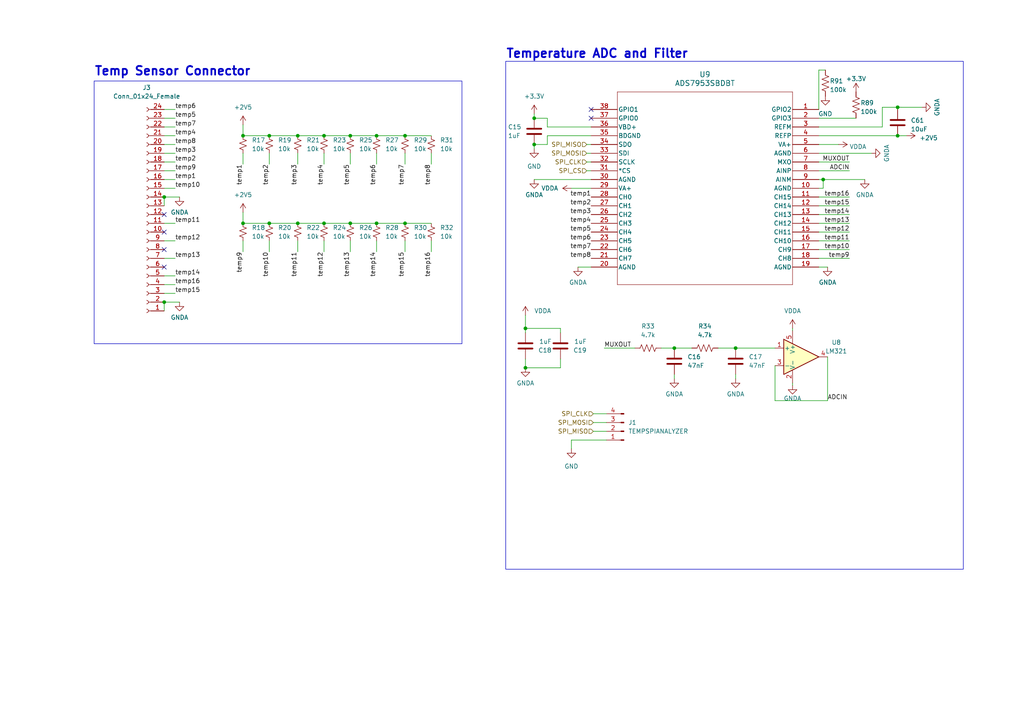
<source format=kicad_sch>
(kicad_sch (version 20231120) (generator "eeschema") (generator_version "8.0")
  (paper "A4")
  (lib_symbols
    (symbol "Amplifier_Operational:LM321" (pin_names (offset 0.127))
      (property "Reference" "U" (at 0 7.62 0))
      (property "Value" "LM321" (at 0 5.08 0))
      (symbol "LM321_0_1"
        (polyline (pts (xy -5.08 5.08) (xy 5.08 0) (xy -5.08 -5.08) (xy -5.08 5.08)) (stroke (width 0.254)) (fill (type background)))
      )
      (symbol "LM321_1_1"
        (pin input line (at -7.62 2.54 0) (length 2.54) (name "+") (number "1"))
        (pin power_in line (at -2.54 -7.62 90) (length 3.81) (name "V-") (number "2"))
        (pin input line (at -7.62 -2.54 0) (length 2.54) (name "-") (number "3"))
        (pin output line (at 7.62 0 180) (length 2.54) (name "~") (number "4"))
        (pin power_in line (at -2.54 7.62 270) (length 3.81) (name "V+") (number "5"))
      )
    )
    (symbol "Connector:Conn_01x04_Pin" (pin_names (offset 1.016) hide)
      (property "Reference" "J" (at 0 5.08 0))
      (property "Value" "Conn_01x04_Pin" (at 0 -7.62 0))
      (symbol "Conn_01x04_Pin_1_1"
        (polyline (pts (xy 1.27 -5.08) (xy 0.8636 -5.08)) (stroke (width 0.1524)))
        (polyline (pts (xy 1.27 -2.54) (xy 0.8636 -2.54)) (stroke (width 0.1524)))
        (polyline (pts (xy 1.27 0) (xy 0.8636 0)) (stroke (width 0.1524)))
        (polyline (pts (xy 1.27 2.54) (xy 0.8636 2.54)) (stroke (width 0.1524)))
        (rectangle (start 0.8636 -4.953) (end 0 -5.207) (stroke (width 0.1524)) (fill (type outline)))
        (rectangle (start 0.8636 -2.413) (end 0 -2.667) (stroke (width 0.1524)) (fill (type outline)))
        (rectangle (start 0.8636 0.127) (end 0 -0.127) (stroke (width 0.1524)) (fill (type outline)))
        (rectangle (start 0.8636 2.667) (end 0 2.413) (stroke (width 0.1524)) (fill (type outline)))
        (pin passive line (at 5.08 2.54 180) (length 3.81) (name "Pin_1") (number "1"))
        (pin passive line (at 5.08 0 180) (length 3.81) (name "Pin_2") (number "2"))
        (pin passive line (at 5.08 -2.54 180) (length 3.81) (name "Pin_3") (number "3"))
        (pin passive line (at 5.08 -5.08 180) (length 3.81) (name "Pin_4") (number "4"))
      )
    )
    (symbol "Connector:Conn_01x24_Socket" (pin_names (offset 1.016) hide)
      (property "Reference" "J" (at 0 30.48 0))
      (property "Value" "Conn_01x24_Socket" (at 0 -33.02 0))
      (symbol "Conn_01x24_Socket_1_1"
        (arc (start 0 -29.972) (mid -0.5058 -30.48) (end 0 -30.988) (stroke (width 0.1524)))
        (arc (start 0 -27.432) (mid -0.5058 -27.94) (end 0 -28.448) (stroke (width 0.1524)))
        (arc (start 0 -24.892) (mid -0.5058 -25.4) (end 0 -25.908) (stroke (width 0.1524)))
        (arc (start 0 -22.352) (mid -0.5058 -22.86) (end 0 -23.368) (stroke (width 0.1524)))
        (arc (start 0 -19.812) (mid -0.5058 -20.32) (end 0 -20.828) (stroke (width 0.1524)))
        (arc (start 0 -17.272) (mid -0.5058 -17.78) (end 0 -18.288) (stroke (width 0.1524)))
        (arc (start 0 -14.732) (mid -0.5058 -15.24) (end 0 -15.748) (stroke (width 0.1524)))
        (arc (start 0 -12.192) (mid -0.5058 -12.7) (end 0 -13.208) (stroke (width 0.1524)))
        (arc (start 0 -9.652) (mid -0.5058 -10.16) (end 0 -10.668) (stroke (width 0.1524)))
        (arc (start 0 -7.112) (mid -0.5058 -7.62) (end 0 -8.128) (stroke (width 0.1524)))
        (arc (start 0 -4.572) (mid -0.5058 -5.08) (end 0 -5.588) (stroke (width 0.1524)))
        (arc (start 0 -2.032) (mid -0.5058 -2.54) (end 0 -3.048) (stroke (width 0.1524)))
        (polyline (pts (xy -1.27 -30.48) (xy -0.508 -30.48)) (stroke (width 0.1524)))
        (polyline (pts (xy -1.27 -27.94) (xy -0.508 -27.94)) (stroke (width 0.1524)))
        (polyline (pts (xy -1.27 -25.4) (xy -0.508 -25.4)) (stroke (width 0.1524)))
        (polyline (pts (xy -1.27 -22.86) (xy -0.508 -22.86)) (stroke (width 0.1524)))
        (polyline (pts (xy -1.27 -20.32) (xy -0.508 -20.32)) (stroke (width 0.1524)))
        (polyline (pts (xy -1.27 -17.78) (xy -0.508 -17.78)) (stroke (width 0.1524)))
        (polyline (pts (xy -1.27 -15.24) (xy -0.508 -15.24)) (stroke (width 0.1524)))
        (polyline (pts (xy -1.27 -12.7) (xy -0.508 -12.7)) (stroke (width 0.1524)))
        (polyline (pts (xy -1.27 -10.16) (xy -0.508 -10.16)) (stroke (width 0.1524)))
        (polyline (pts (xy -1.27 -7.62) (xy -0.508 -7.62)) (stroke (width 0.1524)))
        (polyline (pts (xy -1.27 -5.08) (xy -0.508 -5.08)) (stroke (width 0.1524)))
        (polyline (pts (xy -1.27 -2.54) (xy -0.508 -2.54)) (stroke (width 0.1524)))
        (polyline (pts (xy -1.27 0) (xy -0.508 0)) (stroke (width 0.1524)))
        (polyline (pts (xy -1.27 2.54) (xy -0.508 2.54)) (stroke (width 0.1524)))
        (polyline (pts (xy -1.27 5.08) (xy -0.508 5.08)) (stroke (width 0.1524)))
        (polyline (pts (xy -1.27 7.62) (xy -0.508 7.62)) (stroke (width 0.1524)))
        (polyline (pts (xy -1.27 10.16) (xy -0.508 10.16)) (stroke (width 0.1524)))
        (polyline (pts (xy -1.27 12.7) (xy -0.508 12.7)) (stroke (width 0.1524)))
        (polyline (pts (xy -1.27 15.24) (xy -0.508 15.24)) (stroke (width 0.1524)))
        (polyline (pts (xy -1.27 17.78) (xy -0.508 17.78)) (stroke (width 0.1524)))
        (polyline (pts (xy -1.27 20.32) (xy -0.508 20.32)) (stroke (width 0.1524)))
        (polyline (pts (xy -1.27 22.86) (xy -0.508 22.86)) (stroke (width 0.1524)))
        (polyline (pts (xy -1.27 25.4) (xy -0.508 25.4)) (stroke (width 0.1524)))
        (polyline (pts (xy -1.27 27.94) (xy -0.508 27.94)) (stroke (width 0.1524)))
        (arc (start 0 0.508) (mid -0.5058 0) (end 0 -0.508) (stroke (width 0.1524)))
        (arc (start 0 3.048) (mid -0.5058 2.54) (end 0 2.032) (stroke (width 0.1524)))
        (arc (start 0 5.588) (mid -0.5058 5.08) (end 0 4.572) (stroke (width 0.1524)))
        (arc (start 0 8.128) (mid -0.5058 7.62) (end 0 7.112) (stroke (width 0.1524)))
        (arc (start 0 10.668) (mid -0.5058 10.16) (end 0 9.652) (stroke (width 0.1524)))
        (arc (start 0 13.208) (mid -0.5058 12.7) (end 0 12.192) (stroke (width 0.1524)))
        (arc (start 0 15.748) (mid -0.5058 15.24) (end 0 14.732) (stroke (width 0.1524)))
        (arc (start 0 18.288) (mid -0.5058 17.78) (end 0 17.272) (stroke (width 0.1524)))
        (arc (start 0 20.828) (mid -0.5058 20.32) (end 0 19.812) (stroke (width 0.1524)))
        (arc (start 0 23.368) (mid -0.5058 22.86) (end 0 22.352) (stroke (width 0.1524)))
        (arc (start 0 25.908) (mid -0.5058 25.4) (end 0 24.892) (stroke (width 0.1524)))
        (arc (start 0 28.448) (mid -0.5058 27.94) (end 0 27.432) (stroke (width 0.1524)))
        (pin passive line (at -5.08 27.94 0) (length 3.81) (name "Pin_1") (number "1"))
        (pin passive line (at -5.08 5.08 0) (length 3.81) (name "Pin_10") (number "10"))
        (pin passive line (at -5.08 2.54 0) (length 3.81) (name "Pin_11") (number "11"))
        (pin passive line (at -5.08 0 0) (length 3.81) (name "Pin_12") (number "12"))
        (pin passive line (at -5.08 -2.54 0) (length 3.81) (name "Pin_13") (number "13"))
        (pin passive line (at -5.08 -5.08 0) (length 3.81) (name "Pin_14") (number "14"))
        (pin passive line (at -5.08 -7.62 0) (length 3.81) (name "Pin_15") (number "15"))
        (pin passive line (at -5.08 -10.16 0) (length 3.81) (name "Pin_16") (number "16"))
        (pin passive line (at -5.08 -12.7 0) (length 3.81) (name "Pin_17") (number "17"))
        (pin passive line (at -5.08 -15.24 0) (length 3.81) (name "Pin_18") (number "18"))
        (pin passive line (at -5.08 -17.78 0) (length 3.81) (name "Pin_19") (number "19"))
        (pin passive line (at -5.08 25.4 0) (length 3.81) (name "Pin_2") (number "2"))
        (pin passive line (at -5.08 -20.32 0) (length 3.81) (name "Pin_20") (number "20"))
        (pin passive line (at -5.08 -22.86 0) (length 3.81) (name "Pin_21") (number "21"))
        (pin passive line (at -5.08 -25.4 0) (length 3.81) (name "Pin_22") (number "22"))
        (pin passive line (at -5.08 -27.94 0) (length 3.81) (name "Pin_23") (number "23"))
        (pin passive line (at -5.08 -30.48 0) (length 3.81) (name "Pin_24") (number "24"))
        (pin passive line (at -5.08 22.86 0) (length 3.81) (name "Pin_3") (number "3"))
        (pin passive line (at -5.08 20.32 0) (length 3.81) (name "Pin_4") (number "4"))
        (pin passive line (at -5.08 17.78 0) (length 3.81) (name "Pin_5") (number "5"))
        (pin passive line (at -5.08 15.24 0) (length 3.81) (name "Pin_6") (number "6"))
        (pin passive line (at -5.08 12.7 0) (length 3.81) (name "Pin_7") (number "7"))
        (pin passive line (at -5.08 10.16 0) (length 3.81) (name "Pin_8") (number "8"))
        (pin passive line (at -5.08 7.62 0) (length 3.81) (name "Pin_9") (number "9"))
      )
    )
    (symbol "Device:C" (pin_numbers hide) (pin_names (offset 0.254))
      (property "Reference" "C" (at 0.635 2.54 0))
      (property "Value" "C" (at 0.635 -2.54 0))
      (symbol "C_0_1"
        (polyline (pts (xy -2.032 -0.762) (xy 2.032 -0.762)) (stroke (width 0.508)))
        (polyline (pts (xy -2.032 0.762) (xy 2.032 0.762)) (stroke (width 0.508)))
      )
      (symbol "C_1_1"
        (pin passive line (at 0 3.81 270) (length 2.794) (name "~") (number "1"))
        (pin passive line (at 0 -3.81 90) (length 2.794) (name "~") (number "2"))
      )
    )
    (symbol "Device:R_Small_US" (pin_numbers hide) (pin_names (offset 0.254) hide)
      (property "Reference" "R" (at 0.762 0.508 0))
      (property "Value" "R_Small_US" (at 0.762 -1.016 0))
      (symbol "R_Small_US_1_1"
        (polyline (pts (xy 0 0) (xy 1.016 -0.381) (xy 0 -0.762) (xy -1.016 -1.143) (xy 0 -1.524)))
        (polyline (pts (xy 0 1.524) (xy 1.016 1.143) (xy 0 0.762) (xy -1.016 0.381) (xy 0 0)))
        (pin passive line (at 0 2.54 270) (length 1.016) (name "~") (number "1"))
        (pin passive line (at 0 -2.54 90) (length 1.016) (name "~") (number "2"))
      )
    )
    (symbol "Device:R_US" (pin_numbers hide) (pin_names (offset 0))
      (property "Reference" "R" (at 2.54 0 90))
      (property "Value" "R_US" (at -2.54 0 90))
      (symbol "R_US_0_1"
        (polyline (pts (xy 0 -2.286) (xy 0 -2.54)))
        (polyline (pts (xy 0 2.286) (xy 0 2.54)))
        (polyline (pts (xy 0 -0.762) (xy 1.016 -1.143) (xy 0 -1.524) (xy -1.016 -1.905) (xy 0 -2.286)))
        (polyline (pts (xy 0 0.762) (xy 1.016 0.381) (xy 0 0) (xy -1.016 -0.381) (xy 0 -0.762)))
        (polyline (pts (xy 0 2.286) (xy 1.016 1.905) (xy 0 1.524) (xy -1.016 1.143) (xy 0 0.762)))
      )
      (symbol "R_US_1_1"
        (pin passive line (at 0 3.81 270) (length 1.27) (name "~") (number "1"))
        (pin passive line (at 0 -3.81 90) (length 1.27) (name "~") (number "2"))
      )
    )
    (symbol "power:+2V5" (power) (pin_names (offset 0))
      (property "Value" "+2V5" (at 0 3.556 0))
      (symbol "+2V5_0_1"
        (polyline (pts (xy -0.762 1.27) (xy 0 2.54)))
        (polyline (pts (xy 0 0) (xy 0 2.54)))
        (polyline (pts (xy 0 2.54) (xy 0.762 1.27)))
      )
      (symbol "+2V5_1_1"
        (pin power_in line (at 0 0 90) (length 0) hide (name "+2V5") (number "1"))
      )
    )
    (symbol "power:+3.3V" (power) (pin_names (offset 0))
      (property "Value" "+3.3V" (at 0 3.556 0))
      (symbol "+3.3V_0_1"
        (polyline (pts (xy -0.762 1.27) (xy 0 2.54)))
        (polyline (pts (xy 0 0) (xy 0 2.54)))
        (polyline (pts (xy 0 2.54) (xy 0.762 1.27)))
      )
      (symbol "+3.3V_1_1"
        (pin power_in line (at 0 0 90) (length 0) hide (name "+3.3V") (number "1"))
      )
    )
    (symbol "power:GND" (power) (pin_names (offset 0))
      (property "Value" "GND" (at 0 -3.81 0))
      (symbol "GND_0_1"
        (polyline (pts (xy 0 0) (xy 0 -1.27) (xy 1.27 -1.27) (xy 0 -2.54) (xy -1.27 -1.27) (xy 0 -1.27)))
      )
      (symbol "GND_1_1"
        (pin power_in line (at 0 0 270) (length 0) hide (name "GND") (number "1"))
      )
    )
    (symbol "power:GNDA" (power) (pin_names (offset 0))
      (property "Value" "GNDA" (at 0 -3.81 0))
      (symbol "GNDA_0_1"
        (polyline (pts (xy 0 0) (xy 0 -1.27) (xy 1.27 -1.27) (xy 0 -2.54) (xy -1.27 -1.27) (xy 0 -1.27)))
      )
      (symbol "GNDA_1_1"
        (pin power_in line (at 0 0 270) (length 0) hide (name "GNDA") (number "1"))
      )
    )
    (symbol "power:VDDA" (power) (pin_names (offset 0))
      (property "Value" "VDDA" (at 0 3.81 0))
      (symbol "VDDA_0_1"
        (polyline (pts (xy -0.762 1.27) (xy 0 2.54)))
        (polyline (pts (xy 0 0) (xy 0 2.54)))
        (polyline (pts (xy 0 2.54) (xy 0.762 1.27)))
      )
      (symbol "VDDA_1_1"
        (pin power_in line (at 0 0 90) (length 0) hide (name "VDDA") (number "1"))
      )
    )
    (symbol "utsvt-chips:ADS7953SBDBT" (pin_names (offset 0.254))
      (property "Reference" "U" (at 33.02 10.16 0))
      (property "Value" "ADS7953SBDBT" (at 33.02 7.62 0))
      (symbol "ADS7953SBDBT_0_1"
        (polyline (pts (xy 7.62 -50.8) (xy 58.42 -50.8)) (stroke (width 0.127)))
        (polyline (pts (xy 7.62 5.08) (xy 7.62 -50.8)) (stroke (width 0.127)))
        (polyline (pts (xy 58.42 -50.8) (xy 58.42 5.08)) (stroke (width 0.127)))
        (polyline (pts (xy 58.42 5.08) (xy 7.62 5.08)) (stroke (width 0.127)))
        (pin bidirectional line (at 0 0 0) (length 7.62) (name "GPIO2") (number "1"))
        (pin power_in line (at 0 -22.86 0) (length 7.62) (name "AGND") (number "10"))
        (pin input line (at 0 -25.4 0) (length 7.62) (name "CH15") (number "11"))
        (pin input line (at 0 -27.94 0) (length 7.62) (name "CH14") (number "12"))
        (pin input line (at 0 -30.48 0) (length 7.62) (name "CH13") (number "13"))
        (pin input line (at 0 -33.02 0) (length 7.62) (name "CH12") (number "14"))
        (pin input line (at 0 -35.56 0) (length 7.62) (name "CH11") (number "15"))
        (pin input line (at 0 -38.1 0) (length 7.62) (name "CH10") (number "16"))
        (pin input line (at 0 -40.64 0) (length 7.62) (name "CH9") (number "17"))
        (pin input line (at 0 -43.18 0) (length 7.62) (name "CH8") (number "18"))
        (pin power_in line (at 0 -45.72 0) (length 7.62) (name "AGND") (number "19"))
        (pin bidirectional line (at 0 -2.54 0) (length 7.62) (name "GPIO3") (number "2"))
        (pin power_in line (at 66.04 -45.72 180) (length 7.62) (name "AGND") (number "20"))
        (pin input line (at 66.04 -43.18 180) (length 7.62) (name "CH7") (number "21"))
        (pin input line (at 66.04 -40.64 180) (length 7.62) (name "CH6") (number "22"))
        (pin input line (at 66.04 -38.1 180) (length 7.62) (name "CH5") (number "23"))
        (pin input line (at 66.04 -35.56 180) (length 7.62) (name "CH4") (number "24"))
        (pin input line (at 66.04 -33.02 180) (length 7.62) (name "CH3") (number "25"))
        (pin input line (at 66.04 -30.48 180) (length 7.62) (name "CH2") (number "26"))
        (pin input line (at 66.04 -27.94 180) (length 7.62) (name "CH1") (number "27"))
        (pin input line (at 66.04 -25.4 180) (length 7.62) (name "CH0") (number "28"))
        (pin power_in line (at 66.04 -22.86 180) (length 7.62) (name "VA+") (number "29"))
        (pin input line (at 0 -5.08 0) (length 7.62) (name "REFM") (number "3"))
        (pin power_in line (at 66.04 -20.32 180) (length 7.62) (name "AGND") (number "30"))
        (pin input line (at 66.04 -17.78 180) (length 7.62) (name "*CS") (number "31"))
        (pin input line (at 66.04 -15.24 180) (length 7.62) (name "SCLK") (number "32"))
        (pin input line (at 66.04 -12.7 180) (length 7.62) (name "SDI") (number "33"))
        (pin output line (at 66.04 -10.16 180) (length 7.62) (name "SDO") (number "34"))
        (pin power_in line (at 66.04 -7.62 180) (length 7.62) (name "BDGND") (number "35"))
        (pin power_in line (at 66.04 -5.08 180) (length 7.62) (name "VBD+") (number "36"))
        (pin bidirectional line (at 66.04 -2.54 180) (length 7.62) (name "GPIO0") (number "37"))
        (pin bidirectional line (at 66.04 0 180) (length 7.62) (name "GPIO1") (number "38"))
        (pin input line (at 0 -7.62 0) (length 7.62) (name "REFP") (number "4"))
        (pin power_in line (at 0 -10.16 0) (length 7.62) (name "VA+") (number "5"))
        (pin power_in line (at 0 -12.7 0) (length 7.62) (name "AGND") (number "6"))
        (pin output line (at 0 -15.24 0) (length 7.62) (name "MXO") (number "7"))
        (pin input line (at 0 -17.78 0) (length 7.62) (name "AINP") (number "8"))
        (pin input line (at 0 -20.32 0) (length 7.62) (name "AINM") (number "9"))
      )
    )
  )
  (junction (at 47.625 87.63))
  (junction (at 78.105 39.37))
  (junction (at 93.98 39.37))
  (junction (at 101.6 39.37))
  (junction (at 152.4 106.68))
  (junction (at 109.22 39.37))
  (junction (at 213.36 100.965))
  (junction (at 109.22 64.77))
  (junction (at 101.6 64.77))
  (junction (at 154.94 34.29))
  (junction (at 117.475 64.77))
  (junction (at 86.36 64.77))
  (junction (at 260.35 39.37))
  (junction (at 70.485 39.37))
  (junction (at 195.58 100.965))
  (junction (at 70.485 64.77))
  (junction (at 86.36 39.37))
  (junction (at 117.475 39.37))
  (junction (at 78.105 64.77))
  (junction (at 47.625 57.15))
  (junction (at 152.4 95.25))
  (junction (at 238.76 52.07))
  (junction (at 154.94 41.91))
  (junction (at 93.98 64.77))
  (junction (at 260.35 31.115))
  (no_connect (at 47.625 62.23))
  (no_connect (at 171.45 34.29))
  (no_connect (at 47.625 72.39))
  (no_connect (at 47.625 77.47))
  (no_connect (at 171.45 31.75))
  (no_connect (at 47.625 67.31))
  (wire (pts (xy 195.58 100.965) (xy 200.66 100.965)))
  (wire (pts (xy 47.625 57.15) (xy 52.07 57.15)))
  (wire (pts (xy 70.485 73.025) (xy 70.485 69.85)))
  (wire (pts (xy 162.56 96.52) (xy 162.56 95.25)))
  (wire (pts (xy 162.56 106.68) (xy 152.4 106.68)))
  (wire (pts (xy 125.095 47.625) (xy 125.095 44.45)))
  (wire (pts (xy 86.36 47.625) (xy 86.36 44.45)))
  (wire (pts (xy 101.6 64.77) (xy 109.22 64.77)))
  (wire (pts (xy 50.8 69.85) (xy 47.625 69.85)))
  (wire (pts (xy 152.4 104.14) (xy 152.4 106.68)))
  (wire (pts (xy 78.105 47.625) (xy 78.105 44.45)))
  (wire (pts (xy 93.98 64.77) (xy 101.6 64.77)))
  (wire (pts (xy 237.49 54.61) (xy 238.76 54.61)))
  (wire (pts (xy 50.8 85.09) (xy 47.625 85.09)))
  (wire (pts (xy 246.38 49.53) (xy 237.49 49.53)))
  (wire (pts (xy 171.45 41.91) (xy 170.18 41.91)))
  (wire (pts (xy 158.75 34.29) (xy 154.94 34.29)))
  (wire (pts (xy 246.38 57.15) (xy 237.49 57.15)))
  (wire (pts (xy 255.905 31.115) (xy 260.35 31.115)))
  (wire (pts (xy 165.735 127.635) (xy 175.895 127.635)))
  (wire (pts (xy 109.22 47.625) (xy 109.22 44.45)))
  (wire (pts (xy 50.8 44.45) (xy 47.625 44.45)))
  (wire (pts (xy 172.085 125.095) (xy 175.895 125.095)))
  (wire (pts (xy 117.475 39.37) (xy 125.095 39.37)))
  (wire (pts (xy 158.75 36.83) (xy 171.45 36.83)))
  (wire (pts (xy 167.64 77.47) (xy 171.45 77.47)))
  (wire (pts (xy 50.8 31.75) (xy 47.625 31.75)))
  (wire (pts (xy 158.75 34.29) (xy 158.75 36.83)))
  (wire (pts (xy 171.45 46.99) (xy 170.18 46.99)))
  (wire (pts (xy 260.35 31.115) (xy 260.35 31.75)))
  (wire (pts (xy 50.8 52.07) (xy 47.625 52.07)))
  (wire (pts (xy 50.8 82.55) (xy 47.625 82.55)))
  (wire (pts (xy 47.625 87.63) (xy 52.07 87.63)))
  (wire (pts (xy 50.8 64.77) (xy 47.625 64.77)))
  (wire (pts (xy 152.4 95.25) (xy 152.4 96.52)))
  (wire (pts (xy 70.485 61.595) (xy 70.485 64.77)))
  (wire (pts (xy 246.38 72.39) (xy 237.49 72.39)))
  (wire (pts (xy 158.75 39.37) (xy 171.45 39.37)))
  (wire (pts (xy 213.36 108.585) (xy 213.36 109.855)))
  (wire (pts (xy 240.03 116.205) (xy 240.03 103.505)))
  (wire (pts (xy 165.735 130.175) (xy 165.735 127.635)))
  (wire (pts (xy 246.38 64.77) (xy 237.49 64.77)))
  (wire (pts (xy 237.49 34.29) (xy 248.285 34.29)))
  (wire (pts (xy 93.98 47.625) (xy 93.98 44.45)))
  (wire (pts (xy 213.36 100.965) (xy 224.79 100.965)))
  (wire (pts (xy 70.485 64.77) (xy 78.105 64.77)))
  (wire (pts (xy 165.735 54.61) (xy 171.45 54.61)))
  (wire (pts (xy 238.76 52.07) (xy 237.49 52.07)))
  (wire (pts (xy 50.8 41.91) (xy 47.625 41.91)))
  (wire (pts (xy 109.22 73.025) (xy 109.22 69.85)))
  (wire (pts (xy 195.58 109.855) (xy 195.58 108.585)))
  (wire (pts (xy 238.76 54.61) (xy 238.76 52.07)))
  (wire (pts (xy 125.095 73.025) (xy 125.095 69.85)))
  (wire (pts (xy 267.335 31.115) (xy 260.35 31.115)))
  (wire (pts (xy 208.28 100.965) (xy 213.36 100.965)))
  (wire (pts (xy 172.085 120.015) (xy 175.895 120.015)))
  (wire (pts (xy 237.49 77.47) (xy 240.03 77.47)))
  (wire (pts (xy 224.79 116.205) (xy 240.03 116.205)))
  (wire (pts (xy 154.94 43.18) (xy 154.94 41.91)))
  (wire (pts (xy 101.6 73.025) (xy 101.6 69.85)))
  (wire (pts (xy 117.475 73.025) (xy 117.475 69.85)))
  (wire (pts (xy 50.8 46.99) (xy 47.625 46.99)))
  (wire (pts (xy 70.485 44.45) (xy 70.485 47.625)))
  (wire (pts (xy 117.475 64.77) (xy 125.095 64.77)))
  (wire (pts (xy 260.35 39.37) (xy 262.89 39.37)))
  (wire (pts (xy 154.94 33.02) (xy 154.94 34.29)))
  (wire (pts (xy 86.36 64.77) (xy 93.98 64.77)))
  (wire (pts (xy 47.625 57.15) (xy 47.625 59.69)))
  (wire (pts (xy 101.6 47.625) (xy 101.6 44.45)))
  (wire (pts (xy 237.49 36.83) (xy 255.905 36.83)))
  (wire (pts (xy 171.45 44.45) (xy 170.18 44.45)))
  (wire (pts (xy 237.49 44.45) (xy 252.73 44.45)))
  (wire (pts (xy 158.75 41.91) (xy 154.94 41.91)))
  (wire (pts (xy 93.98 39.37) (xy 101.6 39.37)))
  (wire (pts (xy 47.625 87.63) (xy 47.625 90.17)))
  (wire (pts (xy 50.8 54.61) (xy 47.625 54.61)))
  (wire (pts (xy 101.6 39.37) (xy 109.22 39.37)))
  (wire (pts (xy 237.49 41.91) (xy 243.205 41.91)))
  (wire (pts (xy 70.485 36.195) (xy 70.485 39.37)))
  (wire (pts (xy 158.75 41.91) (xy 158.75 39.37)))
  (wire (pts (xy 246.38 62.23) (xy 237.49 62.23)))
  (wire (pts (xy 50.8 74.93) (xy 47.625 74.93)))
  (wire (pts (xy 78.105 73.025) (xy 78.105 69.85)))
  (wire (pts (xy 237.49 31.75) (xy 237.49 20.32)))
  (wire (pts (xy 86.36 39.37) (xy 93.98 39.37)))
  (wire (pts (xy 171.45 49.53) (xy 170.18 49.53)))
  (wire (pts (xy 224.79 106.045) (xy 224.79 116.205)))
  (wire (pts (xy 237.49 39.37) (xy 260.35 39.37)))
  (wire (pts (xy 70.485 39.37) (xy 78.105 39.37)))
  (wire (pts (xy 237.49 20.32) (xy 239.395 20.32)))
  (wire (pts (xy 50.8 49.53) (xy 47.625 49.53)))
  (wire (pts (xy 152.4 95.25) (xy 162.56 95.25)))
  (wire (pts (xy 171.45 52.07) (xy 154.94 52.07)))
  (wire (pts (xy 50.8 39.37) (xy 47.625 39.37)))
  (wire (pts (xy 191.77 100.965) (xy 195.58 100.965)))
  (wire (pts (xy 246.38 74.93) (xy 237.49 74.93)))
  (wire (pts (xy 172.085 122.555) (xy 175.895 122.555)))
  (wire (pts (xy 78.105 64.77) (xy 86.36 64.77)))
  (wire (pts (xy 246.38 59.69) (xy 237.49 59.69)))
  (wire (pts (xy 50.8 36.83) (xy 47.625 36.83)))
  (wire (pts (xy 229.87 111.76) (xy 229.87 111.125)))
  (wire (pts (xy 246.38 67.31) (xy 237.49 67.31)))
  (wire (pts (xy 250.825 52.07) (xy 238.76 52.07)))
  (wire (pts (xy 152.4 91.44) (xy 152.4 95.25)))
  (wire (pts (xy 175.26 100.965) (xy 184.15 100.965)))
  (wire (pts (xy 50.8 80.01) (xy 47.625 80.01)))
  (wire (pts (xy 93.98 73.025) (xy 93.98 69.85)))
  (wire (pts (xy 86.36 73.025) (xy 86.36 69.85)))
  (wire (pts (xy 109.22 39.37) (xy 117.475 39.37)))
  (wire (pts (xy 162.56 104.14) (xy 162.56 106.68)))
  (wire (pts (xy 109.22 64.77) (xy 117.475 64.77)))
  (wire (pts (xy 246.38 46.99) (xy 237.49 46.99)))
  (wire (pts (xy 117.475 47.625) (xy 117.475 44.45)))
  (wire (pts (xy 229.87 95.25) (xy 229.87 95.885)))
  (wire (pts (xy 246.38 69.85) (xy 237.49 69.85)))
  (wire (pts (xy 78.105 39.37) (xy 86.36 39.37)))
  (wire (pts (xy 50.8 34.29) (xy 47.625 34.29)))
  (wire (pts (xy 255.905 36.83) (xy 255.905 31.115)))
  (rectangle (start 146.685 17.78) (end 279.4 165.1))
  (rectangle (start 27.305 23.495) (end 133.985 99.695))
  (text "Temp Sensor Connector\n" (at 27.305 22.225 0) (effects (font (size 2.5 2.5) (thickness 0.5) (bold yes)) (justify left bottom)))
  (text "Temperature ADC and Filter\n" (at 146.685 17.145 0) (effects (font (size 2.5 2.5) (thickness 0.5) (bold yes)) (justify left bottom)))
  (label "temp15" (at 246.38 59.69 180))
  (label "temp4" (at 93.98 47.625 270))
  (label "temp9" (at 50.8 49.53 0))
  (label "temp8" (at 125.095 47.625 270))
  (label "temp12" (at 93.98 73.025 270))
  (label "temp15" (at 117.475 73.025 270))
  (label "temp6" (at 109.22 47.625 270))
  (label "temp16" (at 125.095 73.025 270))
  (label "temp14" (at 50.8 80.01 0))
  (label "temp16" (at 50.8 82.55 0))
  (label "temp16" (at 246.38 57.15 180))
  (label "temp10" (at 50.8 54.61 0))
  (label "temp5" (at 50.8 34.29 0))
  (label "temp9" (at 70.485 73.025 270))
  (label "temp2" (at 78.105 47.625 270))
  (label "MUXOUT" (at 175.26 100.965 0))
  (label "temp12" (at 50.8 69.85 0))
  (label "temp3" (at 50.8 44.45 0))
  (label "temp2" (at 171.45 59.69 180))
  (label "temp8" (at 171.45 74.93 180))
  (label "temp2" (at 50.8 46.99 0))
  (label "temp6" (at 171.45 69.85 180))
  (label "temp14" (at 109.22 73.025 270))
  (label "temp13" (at 50.8 74.93 0))
  (label "temp11" (at 86.36 73.025 270))
  (label "temp13" (at 101.6 73.025 270))
  (label "temp4" (at 171.45 64.77 180))
  (label "temp8" (at 50.8 41.91 0))
  (label "temp10" (at 78.105 73.025 270))
  (label "temp7" (at 171.45 72.39 180))
  (label "temp15" (at 50.8 85.09 0))
  (label "temp3" (at 86.36 47.625 270))
  (label "temp13" (at 246.38 64.77 180))
  (label "temp14" (at 246.38 62.23 180))
  (label "temp11" (at 246.38 69.85 180))
  (label "ADCIN" (at 246.38 49.53 180))
  (label "temp10" (at 246.38 72.39 180))
  (label "temp9" (at 246.38 74.93 180))
  (label "temp7" (at 117.475 47.625 270))
  (label "temp5" (at 101.6 47.625 270))
  (label "temp12" (at 246.38 67.31 180))
  (label "temp7" (at 50.8 36.83 0))
  (label "temp5" (at 171.45 67.31 180))
  (label "temp4" (at 50.8 39.37 0))
  (label "temp1" (at 50.8 52.07 0))
  (label "temp1" (at 171.45 57.15 180))
  (label "MUXOUT" (at 246.38 46.99 180))
  (label "temp3" (at 171.45 62.23 180))
  (label "temp1" (at 70.485 47.625 270))
  (label "ADCIN" (at 240.03 116.205 0))
  (label "temp11" (at 50.8 64.77 0))
  (label "temp6" (at 50.8 31.75 0))
  (hierarchical_label "SPI_MISO" (shape input) (at 170.18 41.91 180))
  (hierarchical_label "SPI_MISO" (shape input) (at 172.085 125.095 180))
  (hierarchical_label "SPI_CS" (shape input) (at 170.18 49.53 180))
  (hierarchical_label "SPI_CLK" (shape input) (at 172.085 120.015 180))
  (hierarchical_label "SPI_MOSI" (shape input) (at 170.18 44.45 180))
  (hierarchical_label "SPI_MOSI" (shape input) (at 172.085 122.555 180))
  (hierarchical_label "SPI_CLK" (shape input) (at 170.18 46.99 180))
  (symbol (lib_id "Connector:Conn_01x04_Pin") (at 180.975 125.095 180) (unit 1)
    (property "Reference" "J1" (at 182.245 122.5549 0) (effects (justify right)))
    (property "Value" "TEMPSPIANALYZER" (at 182.245 125.0949 0) (effects (justify right)))
    (property "Footprint" "Connector_PinHeader_2.54mm:PinHeader_1x04_P2.54mm_Vertical" (effects (hide yes)))
    (instances (project "BPS-Minion" (path "" (reference "J1") (unit 1)) (path "" (reference "J12") (unit 1))))
  )
  (symbol (lib_id "power:GNDA") (at 152.4 106.68 0) (mirror y) (unit 1)
    (property "Reference" "#PWR058" (effects (hide yes)))
    (property "Value" "GNDA" (at 152.4 111.125 0))
    (instances (project "BPS-Minion" (path "" (reference "#PWR058") (unit 1)) (path "" (reference "#PWR077") (unit 1))) (project "BPS-PeripheralSOM" (path "" (reference "#PWR058") (unit 1))))
  )
  (symbol (lib_id "Device:R_Small_US") (at 101.6 67.31 180) (unit 1)
    (property "Reference" "R26" (at 104.14 66.04 0) (effects (justify right)))
    (property "Value" "10k" (at 104.14 68.58 0) (effects (justify right)))
    (property "Footprint" "Resistor_SMD:R_0805_2012Metric" (effects (hide yes)))
    (property "P/N" "CRCW080510K0FKEAC" (effects (hide yes)))
    (instances (project "BPS-Minion" (path "" (reference "R26") (unit 1)) (path "" (reference "R44") (unit 1))))
  )
  (symbol (lib_id "power:GND") (at 239.395 27.94 0) (unit 1)
    (property "Reference" "#PWR084" (effects (hide yes)))
    (property "Value" "GND" (at 239.395 33.02 0))
    (instances (project "BPS-Minion" (path "" (reference "#PWR084") (unit 1)) (path "" (reference "#PWR085") (unit 1))))
  )
  (symbol (lib_id "Device:R_US") (at 187.96 100.965 270) (unit 1)
    (property "Reference" "R33" (at 187.96 94.615 90))
    (property "Value" "4.7k" (at 187.96 97.155 90))
    (property "Footprint" "Resistor_SMD:R_0805_2012Metric" (effects (hide yes)))
    (property "P/N" "RT0603FRE074K7L " (effects (hide yes)))
    (instances (project "BPS-Minion" (path "" (reference "R33") (unit 1)) (path "" (reference "R51") (unit 1))))
  )
  (symbol (lib_id "Device:C") (at 195.58 104.775 180) (unit 1)
    (property "Reference" "C16" (at 199.39 103.505 0) (effects (justify right)))
    (property "Value" "47nF" (at 199.39 106.045 0) (effects (justify right)))
    (property "Footprint" "Capacitor_SMD:C_0805_2012Metric" (effects (hide yes)))
    (instances (project "BPS-Minion" (path "" (reference "C16") (unit 1)) (path "" (reference "C21") (unit 1))))
  )
  (symbol (lib_id "Device:R_US") (at 204.47 100.965 270) (unit 1)
    (property "Reference" "R34" (at 204.47 94.615 90))
    (property "Value" "4.7k" (at 204.47 97.155 90))
    (property "Footprint" "Resistor_SMD:R_0805_2012Metric" (effects (hide yes)))
    (property "P/N" "RT0603FRE074K7L " (effects (hide yes)))
    (instances (project "BPS-Minion" (path "" (reference "R34") (unit 1)) (path "" (reference "R52") (unit 1))))
  )
  (symbol (lib_id "power:GNDA") (at 167.64 77.47 0) (unit 1)
    (property "Reference" "#PWR048" (effects (hide yes)))
    (property "Value" "GNDA" (at 167.64 81.915 0))
    (instances (project "BPS-Minion" (path "" (reference "#PWR048") (unit 1)) (path "" (reference "#PWR067") (unit 1))) (project "BPS-PeripheralSOM" (path "" (reference "#PWR058") (unit 1))))
  )
  (symbol (lib_id "Device:R_Small_US") (at 117.475 41.91 180) (unit 1)
    (property "Reference" "R29" (at 120.015 40.64 0) (effects (justify right)))
    (property "Value" "10k" (at 120.015 43.18 0) (effects (justify right)))
    (property "Footprint" "Resistor_SMD:R_0805_2012Metric" (effects (hide yes)))
    (property "P/N" "CRCW080510K0FKEAC" (effects (hide yes)))
    (instances (project "BPS-Minion" (path "" (reference "R29") (unit 1)) (path "" (reference "R47") (unit 1))))
  )
  (symbol (lib_id "Amplifier_Operational:LM321") (at 232.41 103.505 0) (unit 1)
    (property "Reference" "U8" (at 242.57 99.3141 0))
    (property "Value" "LM321" (at 242.57 101.8541 0))
    (property "Footprint" "Package_TO_SOT_SMD:SOT-23-5" (effects (hide yes)))
    (property "Datasheet" "http://www.ti.com/lit/ds/symlink/lm321.pdf" (effects (hide yes)))
    (property "P/N" "LM321" (effects (hide yes)))
    (instances (project "BPS-Minion" (path "" (reference "U8") (unit 1)) (path "" (reference "U10") (unit 1))))
  )
  (symbol (lib_id "Device:R_Small_US") (at 109.22 67.31 180) (unit 1)
    (property "Reference" "R28" (at 111.76 66.04 0) (effects (justify right)))
    (property "Value" "10k" (at 111.76 68.58 0) (effects (justify right)))
    (property "Footprint" "Resistor_SMD:R_0805_2012Metric" (effects (hide yes)))
    (property "P/N" "CRCW080510K0FKEAC" (effects (hide yes)))
    (instances (project "BPS-Minion" (path "" (reference "R28") (unit 1)) (path "" (reference "R46") (unit 1))))
  )
  (symbol (lib_id "Device:R_US") (at 248.285 30.48 0) (unit 1)
    (property "Reference" "R89" (at 249.555 29.845 0) (effects (justify left)))
    (property "Value" "100k" (at 249.555 32.385 0) (effects (justify left)))
    (property "Footprint" "Resistor_SMD:R_0805_2012Metric" (effects (hide yes)))
    (property "P/N" "CRCW0805100KFKEAC" (effects (hide yes)))
    (instances (project "BPS-Minion" (path "" (reference "R89") (unit 1)) (path "" (reference "R90") (unit 1))))
  )
  (symbol (lib_id "Device:C") (at 154.94 38.1 180) (unit 1)
    (property "Reference" "C15" (at 147.32 36.83 0) (effects (justify right)))
    (property "Value" "1uF" (at 147.32 39.37 0) (effects (justify right)))
    (property "Footprint" "Capacitor_SMD:C_0805_2012Metric" (effects (hide yes)))
    (property "P/N" "C0805C105J3RECAUTO" (effects (hide yes)))
    (instances (project "BPS-Minion" (path "" (reference "C15") (unit 1)) (path "" (reference "C20") (unit 1))))
  )
  (symbol (lib_id "power:GNDA") (at 229.87 111.76 0) (unit 1)
    (property "Reference" "#PWR012" (effects (hide yes)))
    (property "Value" "GNDA" (at 229.87 115.57 0))
    (instances (project "BPS-Minion" (path "" (reference "#PWR012") (unit 1)) (path "" (reference "#PWR013") (unit 1))))
  )
  (symbol (lib_id "power:GND") (at 154.94 43.18 0) (mirror y) (unit 1)
    (property "Reference" "#PWR045" (effects (hide yes)))
    (property "Value" "GND" (at 154.94 48.26 0))
    (instances (project "BPS-Minion" (path "" (reference "#PWR045") (unit 1)) (path "" (reference "#PWR064") (unit 1))))
  )
  (symbol (lib_id "power:+2V5") (at 70.485 36.195 0) (unit 1)
    (property "Reference" "#PWR042" (effects (hide yes)))
    (property "Value" "+2V5" (at 70.485 31.115 0))
    (instances (project "BPS-Minion" (path "" (reference "#PWR042") (unit 1)) (path "" (reference "#PWR061") (unit 1))))
  )
  (symbol (lib_id "power:+3.3V") (at 248.285 26.67 0) (unit 1)
    (property "Reference" "#PWR082" (effects (hide yes)))
    (property "Value" "+3.3V" (at 248.285 22.86 0))
    (instances (project "BPS-Minion" (path "" (reference "#PWR082") (unit 1)) (path "" (reference "#PWR083") (unit 1))))
  )
  (symbol (lib_id "power:+2V5") (at 262.89 39.37 270) (unit 1)
    (property "Reference" "#PWR054" (effects (hide yes)))
    (property "Value" "+2V5" (at 266.7 40.005 90) (effects (justify left)))
    (instances (project "BPS-Minion" (path "" (reference "#PWR054") (unit 1)) (path "" (reference "#PWR073") (unit 1))))
  )
  (symbol (lib_id "Device:R_Small_US") (at 93.98 41.91 180) (unit 1)
    (property "Reference" "R23" (at 96.52 40.64 0) (effects (justify right)))
    (property "Value" "10k" (at 96.52 43.18 0) (effects (justify right)))
    (property "Footprint" "Resistor_SMD:R_0805_2012Metric" (effects (hide yes)))
    (property "P/N" "CRCW080510K0FKEAC" (effects (hide yes)))
    (instances (project "BPS-Minion" (path "" (reference "R23") (unit 1)) (path "" (reference "R41") (unit 1))))
  )
  (symbol (lib_id "Device:R_Small_US") (at 70.485 41.91 180) (unit 1)
    (property "Reference" "R17" (at 73.025 40.64 0) (effects (justify right)))
    (property "Value" "10k" (at 73.025 43.18 0) (effects (justify right)))
    (property "Footprint" "Resistor_SMD:R_0805_2012Metric" (effects (hide yes)))
    (property "P/N" "CRCW080510K0FKEAC" (effects (hide yes)))
    (instances (project "BPS-Minion" (path "" (reference "R17") (unit 1)) (path "" (reference "R35") (unit 1))))
  )
  (symbol (lib_id "Device:R_Small_US") (at 125.095 67.31 180) (unit 1)
    (property "Reference" "R32" (at 127.635 66.04 0) (effects (justify right)))
    (property "Value" "10k" (at 127.635 68.58 0) (effects (justify right)))
    (property "Footprint" "Resistor_SMD:R_0805_2012Metric" (effects (hide yes)))
    (property "P/N" "CRCW080510K0FKEAC" (effects (hide yes)))
    (instances (project "BPS-Minion" (path "" (reference "R32") (unit 1)) (path "" (reference "R50") (unit 1))))
  )
  (symbol (lib_id "Device:R_Small_US") (at 93.98 67.31 180) (unit 1)
    (property "Reference" "R24" (at 96.52 66.04 0) (effects (justify right)))
    (property "Value" "10k" (at 96.52 68.58 0) (effects (justify right)))
    (property "Footprint" "Resistor_SMD:R_0805_2012Metric" (effects (hide yes)))
    (property "P/N" "CRCW080510K0FKEAC" (effects (hide yes)))
    (instances (project "BPS-Minion" (path "" (reference "R24") (unit 1)) (path "" (reference "R42") (unit 1))))
  )
  (symbol (lib_id "Device:R_Small_US") (at 86.36 41.91 180) (unit 1)
    (property "Reference" "R21" (at 88.9 40.64 0) (effects (justify right)))
    (property "Value" "10k" (at 88.9 43.18 0) (effects (justify right)))
    (property "Footprint" "Resistor_SMD:R_0805_2012Metric" (effects (hide yes)))
    (property "P/N" "CRCW080510K0FKEAC" (effects (hide yes)))
    (instances (project "BPS-Minion" (path "" (reference "R21") (unit 1)) (path "" (reference "R39") (unit 1))))
  )
  (symbol (lib_id "power:+3.3V") (at 154.94 33.02 0) (mirror y) (unit 1)
    (property "Reference" "#PWR044" (effects (hide yes)))
    (property "Value" "+3.3V" (at 154.94 27.94 0))
    (instances (project "BPS-Minion" (path "" (reference "#PWR044") (unit 1)) (path "" (reference "#PWR063") (unit 1))) (project "BPS-PeripheralSOM" (path "" (reference "#PWR048") (unit 1))))
  )
  (symbol (lib_id "Device:C") (at 260.35 35.56 0) (unit 1)
    (property "Reference" "C61" (at 264.16 34.925 0) (effects (justify left)))
    (property "Value" "10uF" (at 264.16 37.465 0) (effects (justify left)))
    (property "Footprint" "Capacitor_SMD:C_0805_2012Metric" (effects (hide yes)))
    (property "P/N" "TMK212BBJ106MGHT" (effects (hide yes)))
    (instances (project "BPS-Minion" (path "" (reference "C61") (unit 1)) (path "" (reference "C62") (unit 1))))
  )
  (symbol (lib_id "Device:R_Small_US") (at 78.105 67.31 180) (unit 1)
    (property "Reference" "R20" (at 80.645 66.04 0) (effects (justify right)))
    (property "Value" "10k" (at 80.645 68.58 0) (effects (justify right)))
    (property "Footprint" "Resistor_SMD:R_0805_2012Metric" (effects (hide yes)))
    (property "P/N" "CRCW080510K0FKEAC" (effects (hide yes)))
    (instances (project "BPS-Minion" (path "" (reference "R20") (unit 1)) (path "" (reference "R38") (unit 1))))
  )
  (symbol (lib_id "power:VDDA") (at 165.735 54.61 90) (mirror x) (unit 1)
    (property "Reference" "#PWR047" (effects (hide yes)))
    (property "Value" "VDDA" (at 161.925 54.61 90) (effects (justify left)))
    (instances (project "BPS-Minion" (path "" (reference "#PWR047") (unit 1)) (path "" (reference "#PWR066") (unit 1))))
  )
  (symbol (lib_id "power:VDDA") (at 152.4 91.44 0) (mirror y) (unit 1)
    (property "Reference" "#PWR057" (effects (hide yes)))
    (property "Value" "VDDA" (at 154.94 90.17 0) (effects (justify right)))
    (instances (project "BPS-Minion" (path "" (reference "#PWR057") (unit 1)) (path "" (reference "#PWR076") (unit 1))))
  )
  (symbol (lib_id "power:GNDA") (at 154.94 52.07 0) (unit 1)
    (property "Reference" "#PWR046" (effects (hide yes)))
    (property "Value" "GNDA" (at 154.94 56.515 0))
    (instances (project "BPS-Minion" (path "" (reference "#PWR046") (unit 1)) (path "" (reference "#PWR065") (unit 1))) (project "BPS-PeripheralSOM" (path "" (reference "#PWR058") (unit 1))))
  )
  (symbol (lib_id "Device:R_Small_US") (at 109.22 41.91 180) (unit 1)
    (property "Reference" "R27" (at 111.76 40.64 0) (effects (justify right)))
    (property "Value" "10k" (at 111.76 43.18 0) (effects (justify right)))
    (property "Footprint" "Resistor_SMD:R_0805_2012Metric" (effects (hide yes)))
    (property "P/N" "CRCW080510K0FKEAC" (effects (hide yes)))
    (instances (project "BPS-Minion" (path "" (reference "R27") (unit 1)) (path "" (reference "R45") (unit 1))))
  )
  (symbol (lib_id "Device:R_Small_US") (at 125.095 41.91 180) (unit 1)
    (property "Reference" "R31" (at 127.635 40.64 0) (effects (justify right)))
    (property "Value" "10k" (at 127.635 43.18 0) (effects (justify right)))
    (property "Footprint" "Resistor_SMD:R_0805_2012Metric" (effects (hide yes)))
    (property "P/N" "CRCW080510K0FKEAC" (effects (hide yes)))
    (instances (project "BPS-Minion" (path "" (reference "R31") (unit 1)) (path "" (reference "R49") (unit 1))))
  )
  (symbol (lib_id "Device:R_Small_US") (at 70.485 67.31 180) (unit 1)
    (property "Reference" "R18" (at 73.025 66.04 0) (effects (justify right)))
    (property "Value" "10k" (at 73.025 68.58 0) (effects (justify right)))
    (property "Footprint" "Resistor_SMD:R_0805_2012Metric" (effects (hide yes)))
    (property "P/N" "CRCW080510K0FKEAC" (effects (hide yes)))
    (instances (project "BPS-Minion" (path "" (reference "R18") (unit 1)) (path "" (reference "R36") (unit 1))))
  )
  (symbol (lib_id "power:GNDA") (at 252.73 44.45 90) (mirror x) (unit 1)
    (property "Reference" "#PWR080" (effects (hide yes)))
    (property "Value" "GNDA" (at 257.175 44.45 0))
    (instances (project "BPS-Minion" (path "" (reference "#PWR080") (unit 1)) (path "" (reference "#PWR081") (unit 1))) (project "BPS-PeripheralSOM" (path "" (reference "#PWR058") (unit 1))))
  )
  (symbol (lib_id "Device:R_Small_US") (at 101.6 41.91 180) (unit 1)
    (property "Reference" "R25" (at 104.14 40.64 0) (effects (justify right)))
    (property "Value" "10k" (at 104.14 43.18 0) (effects (justify right)))
    (property "Footprint" "Resistor_SMD:R_0805_2012Metric" (effects (hide yes)))
    (property "P/N" "CRCW080510K0FKEAC" (effects (hide yes)))
    (instances (project "BPS-Minion" (path "" (reference "R25") (unit 1)) (path "" (reference "R43") (unit 1))))
  )
  (symbol (lib_id "power:GNDA") (at 250.825 52.07 0) (unit 1)
    (property "Reference" "#PWR056" (effects (hide yes)))
    (property "Value" "GNDA" (at 250.825 56.515 0))
    (instances (project "BPS-Minion" (path "" (reference "#PWR056") (unit 1)) (path "" (reference "#PWR075") (unit 1))) (project "BPS-PeripheralSOM" (path "" (reference "#PWR058") (unit 1))))
  )
  (symbol (lib_id "power:GND") (at 165.735 130.175 0) (mirror y) (unit 1)
    (property "Reference" "#PWR068" (effects (hide yes)))
    (property "Value" "GND" (at 165.735 135.255 0))
    (instances (project "BPS-Minion" (path "" (reference "#PWR068") (unit 1)) (path "" (reference "#PWR069") (unit 1))))
  )
  (symbol (lib_id "Device:R_US") (at 239.395 24.13 0) (unit 1)
    (property "Reference" "R91" (at 240.665 23.495 0) (effects (justify left)))
    (property "Value" "100k" (at 240.665 26.035 0) (effects (justify left)))
    (property "Footprint" "Resistor_SMD:R_0805_2012Metric" (effects (hide yes)))
    (property "P/N" "CRCW0805100KFKEAC" (effects (hide yes)))
    (instances (project "BPS-Minion" (path "" (reference "R91") (unit 1)) (path "" (reference "R94") (unit 1))))
  )
  (symbol (lib_id "power:GNDA") (at 52.07 57.15 0) (unit 1)
    (property "Reference" "#PWR040" (effects (hide yes)))
    (property "Value" "GNDA" (at 52.07 61.595 0))
    (instances (project "BPS-Minion" (path "" (reference "#PWR040") (unit 1)) (path "" (reference "#PWR059") (unit 1))) (project "BPS-PeripheralSOM" (path "" (reference "#PWR058") (unit 1))))
  )
  (symbol (lib_id "power:GNDA") (at 240.03 77.47 0) (unit 1)
    (property "Reference" "#PWR053" (effects (hide yes)))
    (property "Value" "GNDA" (at 240.03 81.915 0))
    (instances (project "BPS-Minion" (path "" (reference "#PWR053") (unit 1)) (path "" (reference "#PWR072") (unit 1))) (project "BPS-PeripheralSOM" (path "" (reference "#PWR058") (unit 1))))
  )
  (symbol (lib_id "power:GNDA") (at 267.335 31.115 90) (mirror x) (unit 1)
    (property "Reference" "#PWR055" (effects (hide yes)))
    (property "Value" "GNDA" (at 271.78 31.115 0))
    (instances (project "BPS-Minion" (path "" (reference "#PWR055") (unit 1)) (path "" (reference "#PWR074") (unit 1))) (project "BPS-PeripheralSOM" (path "" (reference "#PWR058") (unit 1))))
  )
  (symbol (lib_id "Connector:Conn_01x24_Socket") (at 42.545 62.23 180) (unit 1)
    (property "Reference" "J3" (at 42.545 25.4 0))
    (property "Value" "Conn_01x24_Female" (at 42.545 27.94 0))
    (property "Footprint" "UTSVT_Connectors:B24B-PADSS-F" (effects (hide yes)))
    (instances (project "BPS-MinionShield" (path "" (reference "J3") (unit 1))) (project "BPS-Minion" (path "" (reference "J4") (unit 1)) (path "" (reference "J5") (unit 1))))
  )
  (symbol (lib_id "Device:R_Small_US") (at 86.36 67.31 180) (unit 1)
    (property "Reference" "R22" (at 88.9 66.04 0) (effects (justify right)))
    (property "Value" "10k" (at 88.9 68.58 0) (effects (justify right)))
    (property "Footprint" "Resistor_SMD:R_0805_2012Metric" (effects (hide yes)))
    (property "P/N" "CRCW080510K0FKEAC" (effects (hide yes)))
    (instances (project "BPS-Minion" (path "" (reference "R22") (unit 1)) (path "" (reference "R40") (unit 1))))
  )
  (symbol (lib_id "utsvt-chips:ADS7953SBDBT") (at 237.49 31.75 0) (mirror y) (unit 1)
    (property "Reference" "U9" (at 204.47 21.59 0) (effects (font (size 1.524 1.524))))
    (property "Value" "ADS7953SBDBT" (at 204.47 24.13 0) (effects (font (size 1.524 1.524))))
    (property "Footprint" "Package_SO:TSSOP-38_4.4x9.7mm_P0.5mm" (effects (hide yes)))
    (property "Datasheet" "https://www.ti.com/lit/ds/symlink/ads7953.pdf?ts=1703323490930&ref_url=https%253A%252F%252Fwww.ti.com%252Fproduct%252FADS7953%252Fpart-details%252FADS7953SBDBT" (effects (hide yes)))
    (property "P/N" "ADS7953SBDBT" (effects (hide yes)))
    (instances (project "BPS-Minion" (path "" (reference "U9") (unit 1)) (path "" (reference "U11") (unit 1))))
  )
  (symbol (lib_id "Device:C") (at 152.4 100.33 0) (unit 1)
    (property "Reference" "C18" (at 160.02 101.6 0) (effects (justify right)))
    (property "Value" "1uF" (at 160.02 99.06 0) (effects (justify right)))
    (property "Footprint" "Capacitor_SMD:C_0805_2012Metric" (effects (hide yes)))
    (property "P/N" "C0805C105J3RECAUTO" (effects (hide yes)))
    (instances (project "BPS-Minion" (path "" (reference "C18") (unit 1)) (path "" (reference "C23") (unit 1))))
  )
  (symbol (lib_id "power:GNDA") (at 213.36 109.855 0) (unit 1)
    (property "Reference" "#PWR010" (effects (hide yes)))
    (property "Value" "GNDA" (at 213.36 114.3 0))
    (instances (project "BPS-Minion" (path "" (reference "#PWR010") (unit 1)) (path "" (reference "#PWR011") (unit 1))))
  )
  (symbol (lib_id "Device:C") (at 162.56 100.33 0) (unit 1)
    (property "Reference" "C19" (at 170.18 101.6 0) (effects (justify right)))
    (property "Value" "1uF" (at 170.18 99.06 0) (effects (justify right)))
    (property "Footprint" "Capacitor_SMD:C_0805_2012Metric" (effects (hide yes)))
    (property "P/N" "C0805C105J3RECAUTO" (effects (hide yes)))
    (instances (project "BPS-Minion" (path "" (reference "C19") (unit 1)) (path "" (reference "C24") (unit 1))))
  )
  (symbol (lib_id "power:VDDA") (at 243.205 41.91 270) (unit 1)
    (property "Reference" "#PWR078" (effects (hide yes)))
    (property "Value" "VDDA" (at 246.38 42.545 90) (effects (justify left)))
    (instances (project "BPS-Minion" (path "" (reference "#PWR078") (unit 1)) (path "" (reference "#PWR079") (unit 1))))
  )
  (symbol (lib_id "Device:C") (at 213.36 104.775 180) (unit 1)
    (property "Reference" "C17" (at 217.17 103.505 0) (effects (justify right)))
    (property "Value" "47nF" (at 217.17 106.045 0) (effects (justify right)))
    (property "Footprint" "Capacitor_SMD:C_0805_2012Metric" (effects (hide yes)))
    (instances (project "BPS-Minion" (path "" (reference "C17") (unit 1)) (path "" (reference "C22") (unit 1))))
  )
  (symbol (lib_id "Device:R_Small_US") (at 117.475 67.31 180) (unit 1)
    (property "Reference" "R30" (at 120.015 66.04 0) (effects (justify right)))
    (property "Value" "10k" (at 120.015 68.58 0) (effects (justify right)))
    (property "Footprint" "Resistor_SMD:R_0805_2012Metric" (effects (hide yes)))
    (property "P/N" "CRCW080510K0FKEAC" (effects (hide yes)))
    (instances (project "BPS-Minion" (path "" (reference "R30") (unit 1)) (path "" (reference "R48") (unit 1))))
  )
  (symbol (lib_id "power:GNDA") (at 52.07 87.63 0) (unit 1)
    (property "Reference" "#PWR041" (effects (hide yes)))
    (property "Value" "GNDA" (at 52.07 92.075 0))
    (instances (project "BPS-Minion" (path "" (reference "#PWR041") (unit 1)) (path "" (reference "#PWR060") (unit 1))) (project "BPS-PeripheralSOM" (path "" (reference "#PWR058") (unit 1))))
  )
  (symbol (lib_id "Device:R_Small_US") (at 78.105 41.91 180) (unit 1)
    (property "Reference" "R19" (at 80.645 40.64 0) (effects (justify right)))
    (property "Value" "10k" (at 80.645 43.18 0) (effects (justify right)))
    (property "Footprint" "Resistor_SMD:R_0805_2012Metric" (effects (hide yes)))
    (property "P/N" "CRCW080510K0FKEAC" (effects (hide yes)))
    (instances (project "BPS-Minion" (path "" (reference "R19") (unit 1)) (path "" (reference "R37") (unit 1))))
  )
  (symbol (lib_id "power:GNDA") (at 195.58 109.855 0) (unit 1)
    (property "Reference" "#PWR06" (effects (hide yes)))
    (property "Value" "GNDA" (at 195.58 114.3 0))
    (instances (project "BPS-Minion" (path "" (reference "#PWR06") (unit 1)) (path "" (reference "#PWR07") (unit 1))))
  )
  (symbol (lib_id "power:+2V5") (at 70.485 61.595 0) (unit 1)
    (property "Reference" "#PWR043" (effects (hide yes)))
    (property "Value" "+2V5" (at 70.485 56.515 0))
    (instances (project "BPS-Minion" (path "" (reference "#PWR043") (unit 1)) (path "" (reference "#PWR062") (unit 1))))
  )
  (symbol (lib_id "power:VDDA") (at 229.87 95.25 0) (mirror y) (unit 1)
    (property "Reference" "#PWR051" (effects (hide yes)))
    (property "Value" "VDDA" (at 229.87 90.17 0))
    (instances (project "BPS-Minion" (path "" (reference "#PWR051") (unit 1)) (path "" (reference "#PWR052") (unit 1))))
  )
)
</source>
